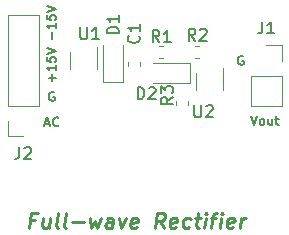
<source format=gbr>
%TF.GenerationSoftware,KiCad,Pcbnew,5.1.6-c6e7f7d~87~ubuntu18.04.1*%
%TF.CreationDate,2021-12-07T18:17:24-08:00*%
%TF.ProjectId,full-wave-rectifier,66756c6c-2d77-4617-9665-2d7265637469,rev?*%
%TF.SameCoordinates,Original*%
%TF.FileFunction,Legend,Top*%
%TF.FilePolarity,Positive*%
%FSLAX46Y46*%
G04 Gerber Fmt 4.6, Leading zero omitted, Abs format (unit mm)*
G04 Created by KiCad (PCBNEW 5.1.6-c6e7f7d~87~ubuntu18.04.1) date 2021-12-07 18:17:24*
%MOMM*%
%LPD*%
G01*
G04 APERTURE LIST*
%ADD10C,0.150000*%
%ADD11C,0.228600*%
%ADD12C,0.120000*%
G04 APERTURE END LIST*
D10*
X160473571Y-95123000D02*
X160401000Y-95086714D01*
X160292142Y-95086714D01*
X160183285Y-95123000D01*
X160110714Y-95195571D01*
X160074428Y-95268142D01*
X160038142Y-95413285D01*
X160038142Y-95522142D01*
X160074428Y-95667285D01*
X160110714Y-95739857D01*
X160183285Y-95812428D01*
X160292142Y-95848714D01*
X160364714Y-95848714D01*
X160473571Y-95812428D01*
X160509857Y-95776142D01*
X160509857Y-95522142D01*
X160364714Y-95522142D01*
X161144857Y-100166714D02*
X161398857Y-100928714D01*
X161652857Y-100166714D01*
X162015714Y-100928714D02*
X161943142Y-100892428D01*
X161906857Y-100856142D01*
X161870571Y-100783571D01*
X161870571Y-100565857D01*
X161906857Y-100493285D01*
X161943142Y-100457000D01*
X162015714Y-100420714D01*
X162124571Y-100420714D01*
X162197142Y-100457000D01*
X162233428Y-100493285D01*
X162269714Y-100565857D01*
X162269714Y-100783571D01*
X162233428Y-100856142D01*
X162197142Y-100892428D01*
X162124571Y-100928714D01*
X162015714Y-100928714D01*
X162922857Y-100420714D02*
X162922857Y-100928714D01*
X162596285Y-100420714D02*
X162596285Y-100819857D01*
X162632571Y-100892428D01*
X162705142Y-100928714D01*
X162814000Y-100928714D01*
X162886571Y-100892428D01*
X162922857Y-100856142D01*
X163176857Y-100420714D02*
X163467142Y-100420714D01*
X163285714Y-100166714D02*
X163285714Y-100819857D01*
X163322000Y-100892428D01*
X163394571Y-100928714D01*
X163467142Y-100928714D01*
X144471571Y-98171000D02*
X144399000Y-98134714D01*
X144290142Y-98134714D01*
X144181285Y-98171000D01*
X144108714Y-98243571D01*
X144072428Y-98316142D01*
X144036142Y-98461285D01*
X144036142Y-98570142D01*
X144072428Y-98715285D01*
X144108714Y-98787857D01*
X144181285Y-98860428D01*
X144290142Y-98896714D01*
X144362714Y-98896714D01*
X144471571Y-98860428D01*
X144507857Y-98824142D01*
X144507857Y-98570142D01*
X144362714Y-98570142D01*
X144326428Y-93671571D02*
X144326428Y-93091000D01*
X144616714Y-92329000D02*
X144616714Y-92764428D01*
X144616714Y-92546714D02*
X143854714Y-92546714D01*
X143963571Y-92619285D01*
X144036142Y-92691857D01*
X144072428Y-92764428D01*
X143854714Y-91639571D02*
X143854714Y-92002428D01*
X144217571Y-92038714D01*
X144181285Y-92002428D01*
X144145000Y-91929857D01*
X144145000Y-91748428D01*
X144181285Y-91675857D01*
X144217571Y-91639571D01*
X144290142Y-91603285D01*
X144471571Y-91603285D01*
X144544142Y-91639571D01*
X144580428Y-91675857D01*
X144616714Y-91748428D01*
X144616714Y-91929857D01*
X144580428Y-92002428D01*
X144544142Y-92038714D01*
X143854714Y-91385571D02*
X144616714Y-91131571D01*
X143854714Y-90877571D01*
X144326428Y-97227571D02*
X144326428Y-96647000D01*
X144616714Y-96937285D02*
X144036142Y-96937285D01*
X144616714Y-95885000D02*
X144616714Y-96320428D01*
X144616714Y-96102714D02*
X143854714Y-96102714D01*
X143963571Y-96175285D01*
X144036142Y-96247857D01*
X144072428Y-96320428D01*
X143854714Y-95195571D02*
X143854714Y-95558428D01*
X144217571Y-95594714D01*
X144181285Y-95558428D01*
X144145000Y-95485857D01*
X144145000Y-95304428D01*
X144181285Y-95231857D01*
X144217571Y-95195571D01*
X144290142Y-95159285D01*
X144471571Y-95159285D01*
X144544142Y-95195571D01*
X144580428Y-95231857D01*
X144616714Y-95304428D01*
X144616714Y-95485857D01*
X144580428Y-95558428D01*
X144544142Y-95594714D01*
X143854714Y-94941571D02*
X144616714Y-94687571D01*
X143854714Y-94433571D01*
D11*
X142876458Y-109002285D02*
X142453125Y-109002285D01*
X142369970Y-109667523D02*
X142528720Y-108397523D01*
X143133482Y-108397523D01*
X144108661Y-108820857D02*
X144002828Y-109667523D01*
X143564375Y-108820857D02*
X143481220Y-109486095D01*
X143526578Y-109607047D01*
X143639970Y-109667523D01*
X143821399Y-109667523D01*
X143949911Y-109607047D01*
X144017947Y-109546571D01*
X144789018Y-109667523D02*
X144675625Y-109607047D01*
X144630268Y-109486095D01*
X144766339Y-108397523D01*
X145454256Y-109667523D02*
X145340863Y-109607047D01*
X145295506Y-109486095D01*
X145431578Y-108397523D01*
X145998542Y-109183714D02*
X146966161Y-109183714D01*
X147495328Y-108820857D02*
X147631399Y-109667523D01*
X147948899Y-109062761D01*
X148115208Y-109667523D01*
X148462947Y-108820857D01*
X149385208Y-109667523D02*
X149468363Y-109002285D01*
X149423006Y-108881333D01*
X149309613Y-108820857D01*
X149067708Y-108820857D01*
X148939197Y-108881333D01*
X149392768Y-109607047D02*
X149264256Y-109667523D01*
X148961875Y-109667523D01*
X148848482Y-109607047D01*
X148803125Y-109486095D01*
X148818244Y-109365142D01*
X148893839Y-109244190D01*
X149022351Y-109183714D01*
X149324732Y-109183714D01*
X149453244Y-109123238D01*
X149974851Y-108820857D02*
X150171399Y-109667523D01*
X150579613Y-108820857D01*
X151448958Y-109607047D02*
X151320447Y-109667523D01*
X151078542Y-109667523D01*
X150965149Y-109607047D01*
X150919792Y-109486095D01*
X150980268Y-109002285D01*
X151055863Y-108881333D01*
X151184375Y-108820857D01*
X151426280Y-108820857D01*
X151539673Y-108881333D01*
X151585030Y-109002285D01*
X151569911Y-109123238D01*
X150950030Y-109244190D01*
X153739494Y-109667523D02*
X153391756Y-109062761D01*
X153013780Y-109667523D02*
X153172530Y-108397523D01*
X153656339Y-108397523D01*
X153769732Y-108458000D01*
X153822649Y-108518476D01*
X153868006Y-108639428D01*
X153845328Y-108820857D01*
X153769732Y-108941809D01*
X153701697Y-109002285D01*
X153573185Y-109062761D01*
X153089375Y-109062761D01*
X154775149Y-109607047D02*
X154646637Y-109667523D01*
X154404732Y-109667523D01*
X154291339Y-109607047D01*
X154245982Y-109486095D01*
X154306458Y-109002285D01*
X154382054Y-108881333D01*
X154510566Y-108820857D01*
X154752470Y-108820857D01*
X154865863Y-108881333D01*
X154911220Y-109002285D01*
X154896101Y-109123238D01*
X154276220Y-109244190D01*
X155924197Y-109607047D02*
X155795685Y-109667523D01*
X155553780Y-109667523D01*
X155440387Y-109607047D01*
X155387470Y-109546571D01*
X155342113Y-109425619D01*
X155387470Y-109062761D01*
X155463066Y-108941809D01*
X155531101Y-108881333D01*
X155659613Y-108820857D01*
X155901518Y-108820857D01*
X156014911Y-108881333D01*
X156385328Y-108820857D02*
X156869137Y-108820857D01*
X156619673Y-108397523D02*
X156483601Y-109486095D01*
X156528958Y-109607047D01*
X156642351Y-109667523D01*
X156763304Y-109667523D01*
X157186637Y-109667523D02*
X157292470Y-108820857D01*
X157345387Y-108397523D02*
X157277351Y-108458000D01*
X157330268Y-108518476D01*
X157398304Y-108458000D01*
X157345387Y-108397523D01*
X157330268Y-108518476D01*
X157715804Y-108820857D02*
X158199613Y-108820857D01*
X157791399Y-109667523D02*
X157927470Y-108578952D01*
X158003066Y-108458000D01*
X158131578Y-108397523D01*
X158252530Y-108397523D01*
X158517113Y-109667523D02*
X158622947Y-108820857D01*
X158675863Y-108397523D02*
X158607828Y-108458000D01*
X158660744Y-108518476D01*
X158728780Y-108458000D01*
X158675863Y-108397523D01*
X158660744Y-108518476D01*
X159613244Y-109607047D02*
X159484732Y-109667523D01*
X159242828Y-109667523D01*
X159129435Y-109607047D01*
X159084078Y-109486095D01*
X159144554Y-109002285D01*
X159220149Y-108881333D01*
X159348661Y-108820857D01*
X159590566Y-108820857D01*
X159703958Y-108881333D01*
X159749316Y-109002285D01*
X159734197Y-109123238D01*
X159114316Y-109244190D01*
X160210447Y-109667523D02*
X160316280Y-108820857D01*
X160286042Y-109062761D02*
X160361637Y-108941809D01*
X160429673Y-108881333D01*
X160558185Y-108820857D01*
X160679137Y-108820857D01*
D10*
X143709571Y-100838000D02*
X144072428Y-100838000D01*
X143637000Y-101055714D02*
X143891000Y-100293714D01*
X144145000Y-101055714D01*
X144834428Y-100983142D02*
X144798142Y-101019428D01*
X144689285Y-101055714D01*
X144616714Y-101055714D01*
X144507857Y-101019428D01*
X144435285Y-100946857D01*
X144399000Y-100874285D01*
X144362714Y-100729142D01*
X144362714Y-100620285D01*
X144399000Y-100475142D01*
X144435285Y-100402571D01*
X144507857Y-100330000D01*
X144616714Y-100293714D01*
X144689285Y-100293714D01*
X144798142Y-100330000D01*
X144834428Y-100366285D01*
D12*
%TO.C,J2*%
X143189000Y-99314000D02*
X140529000Y-99314000D01*
X143189000Y-99314000D02*
X143189000Y-91634000D01*
X143189000Y-91634000D02*
X140529000Y-91634000D01*
X140529000Y-99314000D02*
X140529000Y-91634000D01*
X140529000Y-101914000D02*
X140529000Y-100584000D01*
X141859000Y-101914000D02*
X140529000Y-101914000D01*
%TO.C,J1*%
X161103000Y-96774000D02*
X163763000Y-96774000D01*
X161103000Y-96774000D02*
X161103000Y-99374000D01*
X161103000Y-99374000D02*
X163763000Y-99374000D01*
X163763000Y-96774000D02*
X163763000Y-99374000D01*
X163763000Y-94174000D02*
X163763000Y-95504000D01*
X162433000Y-94174000D02*
X163763000Y-94174000D01*
%TO.C,U2*%
X158767000Y-97982000D02*
X158767000Y-96082000D01*
X156447000Y-96582000D02*
X156447000Y-97982000D01*
%TO.C,U1*%
X148099000Y-96204000D02*
X148099000Y-94304000D01*
X145779000Y-94804000D02*
X145779000Y-96204000D01*
%TO.C,D2*%
X155951000Y-97420800D02*
X155951000Y-95720800D01*
X155951000Y-95720800D02*
X152801000Y-95720800D01*
X155951000Y-97420800D02*
X152801000Y-97420800D01*
%TO.C,D1*%
X148629000Y-97327800D02*
X148629000Y-94177800D01*
X150329000Y-97327800D02*
X150329000Y-94177800D01*
X148629000Y-97327800D02*
X150329000Y-97327800D01*
%TO.C,R3*%
X155831000Y-99222779D02*
X155831000Y-98897221D01*
X154811000Y-99222779D02*
X154811000Y-98897221D01*
%TO.C,R1*%
X153705779Y-94232000D02*
X153380221Y-94232000D01*
X153705779Y-95252000D02*
X153380221Y-95252000D01*
%TO.C,C1*%
X151767000Y-95595221D02*
X151767000Y-95920779D01*
X150747000Y-95595221D02*
X150747000Y-95920779D01*
%TO.C,R2*%
X156753779Y-94232000D02*
X156428221Y-94232000D01*
X156753779Y-95252000D02*
X156428221Y-95252000D01*
%TO.C,J2*%
D10*
X141525666Y-102806380D02*
X141525666Y-103520666D01*
X141478047Y-103663523D01*
X141382809Y-103758761D01*
X141239952Y-103806380D01*
X141144714Y-103806380D01*
X141954238Y-102901619D02*
X142001857Y-102854000D01*
X142097095Y-102806380D01*
X142335190Y-102806380D01*
X142430428Y-102854000D01*
X142478047Y-102901619D01*
X142525666Y-102996857D01*
X142525666Y-103092095D01*
X142478047Y-103234952D01*
X141906619Y-103806380D01*
X142525666Y-103806380D01*
%TO.C,J1*%
X162099666Y-92186380D02*
X162099666Y-92900666D01*
X162052047Y-93043523D01*
X161956809Y-93138761D01*
X161813952Y-93186380D01*
X161718714Y-93186380D01*
X163099666Y-93186380D02*
X162528238Y-93186380D01*
X162813952Y-93186380D02*
X162813952Y-92186380D01*
X162718714Y-92329238D01*
X162623476Y-92424476D01*
X162528238Y-92472095D01*
%TO.C,U2*%
X156337095Y-99274380D02*
X156337095Y-100083904D01*
X156384714Y-100179142D01*
X156432333Y-100226761D01*
X156527571Y-100274380D01*
X156718047Y-100274380D01*
X156813285Y-100226761D01*
X156860904Y-100179142D01*
X156908523Y-100083904D01*
X156908523Y-99274380D01*
X157337095Y-99369619D02*
X157384714Y-99322000D01*
X157479952Y-99274380D01*
X157718047Y-99274380D01*
X157813285Y-99322000D01*
X157860904Y-99369619D01*
X157908523Y-99464857D01*
X157908523Y-99560095D01*
X157860904Y-99702952D01*
X157289476Y-100274380D01*
X157908523Y-100274380D01*
%TO.C,U1*%
X146685095Y-92670380D02*
X146685095Y-93479904D01*
X146732714Y-93575142D01*
X146780333Y-93622761D01*
X146875571Y-93670380D01*
X147066047Y-93670380D01*
X147161285Y-93622761D01*
X147208904Y-93575142D01*
X147256523Y-93479904D01*
X147256523Y-92670380D01*
X148256523Y-93670380D02*
X147685095Y-93670380D01*
X147970809Y-93670380D02*
X147970809Y-92670380D01*
X147875571Y-92813238D01*
X147780333Y-92908476D01*
X147685095Y-92956095D01*
%TO.C,D2*%
X151534904Y-98750380D02*
X151534904Y-97750380D01*
X151773000Y-97750380D01*
X151915857Y-97798000D01*
X152011095Y-97893238D01*
X152058714Y-97988476D01*
X152106333Y-98178952D01*
X152106333Y-98321809D01*
X152058714Y-98512285D01*
X152011095Y-98607523D01*
X151915857Y-98702761D01*
X151773000Y-98750380D01*
X151534904Y-98750380D01*
X152487285Y-97845619D02*
X152534904Y-97798000D01*
X152630142Y-97750380D01*
X152868238Y-97750380D01*
X152963476Y-97798000D01*
X153011095Y-97845619D01*
X153058714Y-97940857D01*
X153058714Y-98036095D01*
X153011095Y-98178952D01*
X152439666Y-98750380D01*
X153058714Y-98750380D01*
%TO.C,D1*%
X149931380Y-93194095D02*
X148931380Y-93194095D01*
X148931380Y-92956000D01*
X148979000Y-92813142D01*
X149074238Y-92717904D01*
X149169476Y-92670285D01*
X149359952Y-92622666D01*
X149502809Y-92622666D01*
X149693285Y-92670285D01*
X149788523Y-92717904D01*
X149883761Y-92813142D01*
X149931380Y-92956000D01*
X149931380Y-93194095D01*
X149931380Y-91670285D02*
X149931380Y-92241714D01*
X149931380Y-91956000D02*
X148931380Y-91956000D01*
X149074238Y-92051238D01*
X149169476Y-92146476D01*
X149217095Y-92241714D01*
%TO.C,R3*%
X154503380Y-98591666D02*
X154027190Y-98925000D01*
X154503380Y-99163095D02*
X153503380Y-99163095D01*
X153503380Y-98782142D01*
X153551000Y-98686904D01*
X153598619Y-98639285D01*
X153693857Y-98591666D01*
X153836714Y-98591666D01*
X153931952Y-98639285D01*
X153979571Y-98686904D01*
X154027190Y-98782142D01*
X154027190Y-99163095D01*
X153503380Y-98258333D02*
X153503380Y-97639285D01*
X153884333Y-97972619D01*
X153884333Y-97829761D01*
X153931952Y-97734523D01*
X153979571Y-97686904D01*
X154074809Y-97639285D01*
X154312904Y-97639285D01*
X154408142Y-97686904D01*
X154455761Y-97734523D01*
X154503380Y-97829761D01*
X154503380Y-98115476D01*
X154455761Y-98210714D01*
X154408142Y-98258333D01*
%TO.C,R1*%
X153376333Y-93924380D02*
X153043000Y-93448190D01*
X152804904Y-93924380D02*
X152804904Y-92924380D01*
X153185857Y-92924380D01*
X153281095Y-92972000D01*
X153328714Y-93019619D01*
X153376333Y-93114857D01*
X153376333Y-93257714D01*
X153328714Y-93352952D01*
X153281095Y-93400571D01*
X153185857Y-93448190D01*
X152804904Y-93448190D01*
X154328714Y-93924380D02*
X153757285Y-93924380D01*
X154043000Y-93924380D02*
X154043000Y-92924380D01*
X153947761Y-93067238D01*
X153852523Y-93162476D01*
X153757285Y-93210095D01*
%TO.C,C1*%
X151614142Y-93384666D02*
X151661761Y-93432285D01*
X151709380Y-93575142D01*
X151709380Y-93670380D01*
X151661761Y-93813238D01*
X151566523Y-93908476D01*
X151471285Y-93956095D01*
X151280809Y-94003714D01*
X151137952Y-94003714D01*
X150947476Y-93956095D01*
X150852238Y-93908476D01*
X150757000Y-93813238D01*
X150709380Y-93670380D01*
X150709380Y-93575142D01*
X150757000Y-93432285D01*
X150804619Y-93384666D01*
X151709380Y-92432285D02*
X151709380Y-93003714D01*
X151709380Y-92718000D02*
X150709380Y-92718000D01*
X150852238Y-92813238D01*
X150947476Y-92908476D01*
X150995095Y-93003714D01*
%TO.C,R2*%
X156424333Y-93797380D02*
X156091000Y-93321190D01*
X155852904Y-93797380D02*
X155852904Y-92797380D01*
X156233857Y-92797380D01*
X156329095Y-92845000D01*
X156376714Y-92892619D01*
X156424333Y-92987857D01*
X156424333Y-93130714D01*
X156376714Y-93225952D01*
X156329095Y-93273571D01*
X156233857Y-93321190D01*
X155852904Y-93321190D01*
X156805285Y-92892619D02*
X156852904Y-92845000D01*
X156948142Y-92797380D01*
X157186238Y-92797380D01*
X157281476Y-92845000D01*
X157329095Y-92892619D01*
X157376714Y-92987857D01*
X157376714Y-93083095D01*
X157329095Y-93225952D01*
X156757666Y-93797380D01*
X157376714Y-93797380D01*
%TD*%
M02*

</source>
